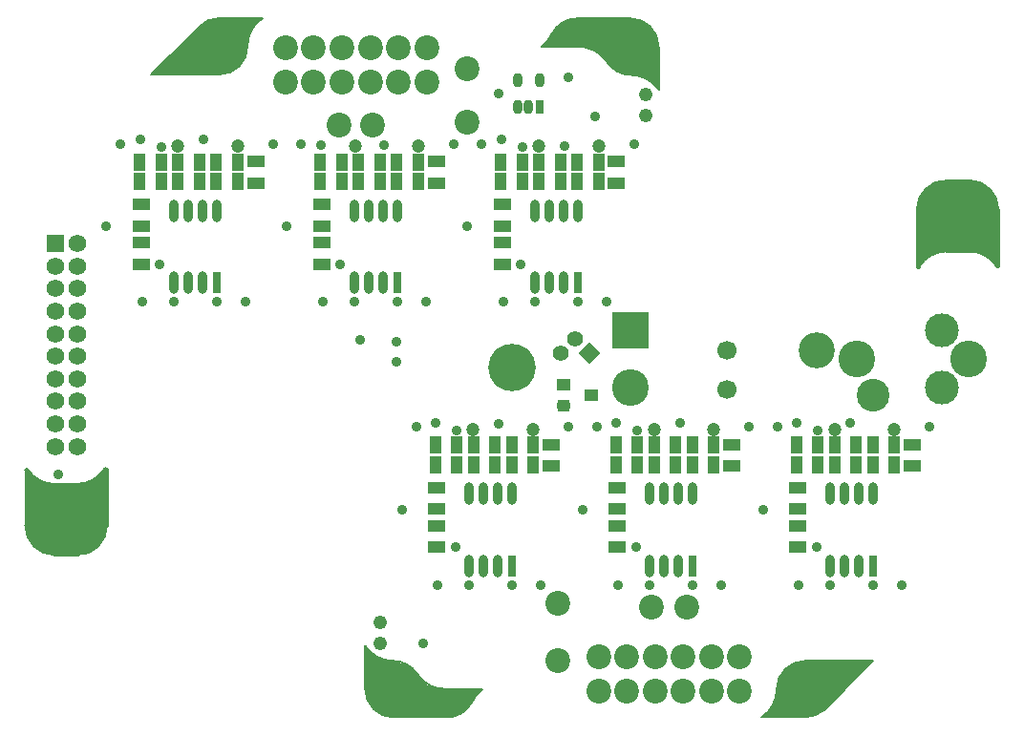
<source format=gbs>
G04*
G04 #@! TF.GenerationSoftware,Altium Limited,Altium Designer,20.1.10 (176)*
G04*
G04 Layer_Color=16711935*
%FSAX42Y42*%
%MOMM*%
G71*
G04*
G04 #@! TF.SameCoordinates,63434018-A3C6-436E-83B0-3C2E02A57827*
G04*
G04*
G04 #@! TF.FilePolarity,Negative*
G04*
G01*
G75*
%ADD12C,0.20*%
%ADD15C,0.40*%
%ADD16R,1.50X1.00*%
%ADD18R,1.00X1.50*%
%ADD21C,3.25*%
%ADD22C,3.00*%
%ADD23R,3.25X3.25*%
%ADD24C,1.57*%
%ADD25R,1.57X1.57*%
%ADD26C,1.40*%
%ADD27P,1.98X4X270.0*%
%ADD28C,1.22*%
%ADD29C,1.20*%
%ADD30C,0.90*%
%ADD31C,1.70*%
%ADD32C,2.90*%
%ADD33C,3.20*%
%ADD34C,2.20*%
%ADD35C,4.20*%
%ADD81R,0.80X1.15*%
G04:AMPARAMS|DCode=82|XSize=0.8mm|YSize=1.15mm|CornerRadius=0.25mm|HoleSize=0mm|Usage=FLASHONLY|Rotation=0.000|XOffset=0mm|YOffset=0mm|HoleType=Round|Shape=RoundedRectangle|*
%AMROUNDEDRECTD82*
21,1,0.80,0.65,0,0,0.0*
21,1,0.30,1.15,0,0,0.0*
1,1,0.50,0.15,-0.33*
1,1,0.50,-0.15,-0.33*
1,1,0.50,-0.15,0.33*
1,1,0.50,0.15,0.33*
%
%ADD82ROUNDEDRECTD82*%
G04:AMPARAMS|DCode=83|XSize=1.1mm|YSize=1.15mm|CornerRadius=0.33mm|HoleSize=0mm|Usage=FLASHONLY|Rotation=90.000|XOffset=0mm|YOffset=0mm|HoleType=Round|Shape=RoundedRectangle|*
%AMROUNDEDRECTD83*
21,1,1.10,0.50,0,0,90.0*
21,1,0.45,1.15,0,0,90.0*
1,1,0.65,0.25,0.23*
1,1,0.65,0.25,-0.23*
1,1,0.65,-0.25,-0.23*
1,1,0.65,-0.25,0.23*
%
%ADD83ROUNDEDRECTD83*%
%ADD84R,1.15X1.10*%
%ADD85R,1.15X1.10*%
%ADD86O,0.84X1.98*%
%ADD87R,0.80X1.98*%
G36*
X003131Y000738D02*
X003131Y000738D01*
X003131D01*
X003143Y000725D01*
X003169Y000702D01*
X003198Y000682D01*
X003229Y000666D01*
X003245Y000660D01*
X003273Y000656D01*
X003329Y000646D01*
X003385Y000634D01*
X003440Y000621D01*
X003468Y000613D01*
X003468Y000613D01*
Y000613D01*
X003491Y000593D01*
X003536Y000551D01*
X003580Y000507D01*
X003622Y000462D01*
X003642Y000439D01*
X003655Y000431D01*
X003683Y000417D01*
X003713Y000405D01*
X003743Y000397D01*
X003774Y000391D01*
X003805Y000388D01*
X003837Y000389D01*
X003868Y000392D01*
X003883Y000395D01*
X003914Y000396D01*
X003976Y000396D01*
X004038Y000396D01*
X004100Y000395D01*
X004116Y000395D01*
X004120Y000390D01*
X004123Y000382D01*
X004120Y000378D01*
X004115Y000372D01*
X004113Y000369D01*
X004018Y000239D01*
X003956Y000177D01*
X003849Y000145D01*
X003346Y000145D01*
X003322Y000145D01*
X003273Y000154D01*
X003228Y000173D01*
X003187Y000200D01*
X003152Y000235D01*
X003125Y000276D01*
X003106Y000322D01*
X003096Y000370D01*
X003096Y000395D01*
X003096Y000760D01*
X003108Y000765D01*
X003131Y000738D01*
D02*
G37*
G36*
X000128Y002297D02*
X000152Y002274D01*
X000177Y002251D01*
X000190Y002241D01*
X000190Y002241D01*
X000209Y002234D01*
X000247Y002222D01*
X000286Y002212D01*
X000325Y002204D01*
X000345Y002202D01*
X000345Y002202D01*
X000379Y002200D01*
X000447Y002200D01*
X000516Y002204D01*
X000583Y002212D01*
X000617Y002218D01*
X000643Y002227D01*
X000694Y002249D01*
X000744Y002273D01*
X000791Y002301D01*
X000803Y002309D01*
X000815Y002303D01*
X000812Y001863D01*
X000812Y001845D01*
X000807Y001810D01*
X000798Y001776D01*
X000785Y001744D01*
X000767Y001714D01*
X000746Y001686D01*
X000721Y001661D01*
X000693Y001640D01*
X000662Y001622D01*
X000630Y001609D01*
X000596Y001600D01*
X000561Y001595D01*
X000544Y001595D01*
X000355D01*
X000355Y001595D01*
X000355Y001595D01*
X000334Y001595D01*
X000293Y001601D01*
X000253Y001613D01*
X000215Y001630D01*
X000180Y001653D01*
X000149Y001681D01*
X000122Y001712D01*
X000099Y001748D01*
X000091Y001767D01*
X000095Y002316D01*
X000099Y002319D01*
X000108Y002320D01*
X000128Y002297D01*
D02*
G37*
G36*
X002174Y006336D02*
X002103Y006266D01*
X002066Y006192D01*
X002052Y006052D01*
X002052Y006052D01*
X002048Y006031D01*
X002032Y005990D01*
X002009Y005952D01*
X001981Y005919D01*
X001947Y005891D01*
X001909Y005870D01*
X001868Y005855D01*
X001824Y005847D01*
X001802Y005847D01*
X001220Y005848D01*
X001215Y005859D01*
X001577Y006227D01*
X001586Y006241D01*
X001608Y006266D01*
X001633Y006289D01*
X001660Y006308D01*
X001689Y006323D01*
X001720Y006335D01*
X001752Y006343D01*
X001785Y006347D01*
X001802Y006347D01*
X002170Y006347D01*
X002174Y006336D01*
D02*
G37*
G36*
X006992Y000643D02*
X007575Y000643D01*
X007580Y000631D01*
X007218Y000263D01*
X007208Y000249D01*
X007187Y000224D01*
X007162Y000202D01*
X007135Y000183D01*
X007105Y000167D01*
X007074Y000155D01*
X007042Y000147D01*
X007009Y000143D01*
X006992Y000143D01*
X006625Y000143D01*
X006620Y000155D01*
X006692Y000225D01*
X006728Y000299D01*
X006743Y000438D01*
X006743Y000438D01*
X006747Y000460D01*
X006763Y000501D01*
X006785Y000538D01*
X006814Y000571D01*
X006848Y000599D01*
X006886Y000621D01*
X006927Y000636D01*
X006970Y000643D01*
X006992Y000643D01*
D02*
G37*
G36*
X008248Y004898D02*
X008437Y004898D01*
X008437Y004898D01*
X008437Y004898D01*
X008457Y004898D01*
X008499Y004892D01*
X008539Y004880D01*
X008577Y004862D01*
X008612Y004839D01*
X008643Y004812D01*
X008670Y004780D01*
X008693Y004745D01*
X008701Y004726D01*
X008697Y004177D01*
X008692Y004174D01*
X008684Y004172D01*
X008664Y004195D01*
X008640Y004219D01*
X008615Y004241D01*
X008602Y004252D01*
X008602Y004252D01*
X008583Y004259D01*
X008545Y004271D01*
X008506Y004281D01*
X008466Y004288D01*
X008447Y004291D01*
X008447Y004291D01*
X008413Y004293D01*
X008344Y004293D01*
X008276Y004289D01*
X008209Y004281D01*
X008175Y004275D01*
X008149Y004265D01*
X008098Y004244D01*
X008048Y004219D01*
X008000Y004191D01*
X007988Y004183D01*
X007977Y004190D01*
X007980Y004630D01*
X007980Y004630D01*
X007980Y004630D01*
X007980Y004647D01*
X007985Y004682D01*
X007994Y004716D01*
X008007Y004749D01*
X008025Y004779D01*
X008046Y004807D01*
X008071Y004832D01*
X008099Y004853D01*
X008130Y004870D01*
X008162Y004884D01*
X008196Y004893D01*
X008231Y004898D01*
X008248Y004898D01*
D02*
G37*
G36*
X005520Y006335D02*
X005566Y006316D01*
X005607Y006289D01*
X005641Y006254D01*
X005669Y006213D01*
X005688Y006167D01*
X005697Y006119D01*
X005697Y006094D01*
X005697Y005729D01*
X005685Y005724D01*
X005662Y005751D01*
X005662Y005751D01*
X005662Y005751D01*
X005654Y005761D01*
X005634Y005780D01*
X005613Y005796D01*
X005591Y005810D01*
X005579Y005816D01*
X005579Y005816D01*
X005547Y005821D01*
X005483Y005832D01*
X005420Y005846D01*
X005357Y005862D01*
X005326Y005870D01*
X005139Y006058D01*
X005139Y006058D01*
X005126Y006065D01*
X005099Y006077D01*
X005071Y006087D01*
X005042Y006094D01*
X005013Y006099D01*
X004984Y006101D01*
X004954Y006100D01*
X004925Y006097D01*
X004910Y006094D01*
X004910Y006094D01*
X004879Y006094D01*
X004817Y006093D01*
X004755Y006093D01*
X004693Y006094D01*
X004677Y006094D01*
X004673Y006100D01*
X004671Y006107D01*
X004673Y006111D01*
X004678Y006117D01*
X004681Y006120D01*
X004775Y006250D01*
X004837Y006312D01*
X004945Y006344D01*
X005447Y006344D01*
X005447Y006344D01*
Y006344D01*
X005472Y006344D01*
X005520Y006335D01*
D02*
G37*
D12*
X006993Y000145D02*
G03*
X007170Y000218I000000J000250D01*
G01*
X006609Y000145D02*
G03*
X006743Y000395I-000166J000250D01*
G01*
X006993Y000645D02*
G03*
X006743Y000395I000000J-000250D01*
G01*
X003556Y000531D02*
G03*
X003346Y000645I-000210J-000136D01*
G01*
X003820Y000145D02*
G03*
X004041Y000279I000000J000250D01*
G01*
X003096Y000779D02*
G03*
X003346Y000645I000250J000166D01*
G01*
X003556Y000531D02*
G03*
X003832Y000396I000251J000164D01*
G01*
X004131Y000394D02*
G03*
X004041Y000279I000265J-000300D01*
G01*
X003096Y000395D02*
G03*
X003346Y000145I000250J000000D01*
G01*
X001802Y005846D02*
G03*
X002052Y006096I000000J000250D01*
G01*
X001801Y006346D02*
G03*
X001625Y006272I000000J-000250D01*
G01*
X002186Y006346D02*
G03*
X002052Y006096I000166J-000250D01*
G01*
X005238Y005958D02*
G03*
X005447Y005844I000210J000136D01*
G01*
X004662Y006095D02*
G03*
X004752Y006210I-000265J000300D01*
G01*
X005238Y005958D02*
G03*
X004962Y006093I-000251J-000164D01*
G01*
X004974Y006344D02*
G03*
X004752Y006210I000000J-000250D01*
G01*
X005697Y006094D02*
G03*
X005447Y006344I-000250J000000D01*
G01*
X005697Y005710D02*
G03*
X005447Y005844I-000250J-000166D01*
G01*
X006993Y000645D02*
X007592D01*
X007170Y000218D02*
X007597Y000646D01*
X006609Y000145D02*
X006993D01*
X003096Y000395D02*
Y000779D01*
X003346Y000145D02*
X003820D01*
X003832Y000396D02*
X004133D01*
X001801Y006346D02*
X002186D01*
X001197Y005845D02*
X001625Y006272D01*
X001203Y005846D02*
X001802D01*
X004661Y006093D02*
X004962D01*
X004974Y006344D02*
X005447D01*
X005697Y005710D02*
Y006094D01*
D15*
X000095Y002336D02*
G03*
X000345Y002202I000250J000166D01*
G01*
X000540D02*
G03*
X000795Y002344I000000J000300D01*
G01*
X000095Y001847D02*
G03*
X000345Y001597I000250J000000D01*
G01*
X000545D02*
G03*
X000795Y001847I000000J000250D01*
G01*
X008697Y004157D02*
G03*
X008447Y004291I-000250J-000166D01*
G01*
X008697Y004646D02*
G03*
X008447Y004896I-000250J000000D01*
G01*
X008252Y004291D02*
G03*
X007997Y004149I000000J-000300D01*
G01*
X008247Y004896D02*
G03*
X007997Y004646I000000J-000250D01*
G01*
X000345Y001597D02*
X000545D01*
X000795Y001847D02*
Y002344D01*
X000095Y001847D02*
Y002336D01*
X000345Y002202D02*
X000540D01*
X008252Y004291D02*
X008447D01*
X008697Y004157D02*
Y004646D01*
X007997Y004149D02*
Y004646D01*
X008247Y004896D02*
X008447D01*
D16*
X002711Y004165D02*
D03*
Y004355D02*
D03*
Y004692D02*
D03*
Y004503D02*
D03*
X002124Y005075D02*
D03*
Y004885D02*
D03*
X001111Y004355D02*
D03*
Y004165D02*
D03*
Y004503D02*
D03*
Y004692D02*
D03*
X006931Y001992D02*
D03*
Y002182D02*
D03*
Y001845D02*
D03*
Y001655D02*
D03*
X007944Y002565D02*
D03*
Y002375D02*
D03*
X003731Y001992D02*
D03*
Y002183D02*
D03*
Y001845D02*
D03*
Y001655D02*
D03*
X004744Y002565D02*
D03*
Y002375D02*
D03*
X004311Y004503D02*
D03*
Y004692D02*
D03*
Y004355D02*
D03*
Y004165D02*
D03*
X005324Y005075D02*
D03*
Y004885D02*
D03*
X003724Y005075D02*
D03*
Y004885D02*
D03*
X005331Y001992D02*
D03*
Y002182D02*
D03*
Y001845D02*
D03*
Y001655D02*
D03*
X006344Y002565D02*
D03*
Y002375D02*
D03*
D18*
X002699Y004895D02*
D03*
X002889D02*
D03*
X003037Y005068D02*
D03*
X003227D02*
D03*
X003037Y004895D02*
D03*
X003227D02*
D03*
X003374D02*
D03*
X003564D02*
D03*
X002699Y005068D02*
D03*
X002889D02*
D03*
X001289Y004895D02*
D03*
X001099D02*
D03*
X001627Y005068D02*
D03*
X001437D02*
D03*
X001627Y004895D02*
D03*
X001437D02*
D03*
X001964D02*
D03*
X001774D02*
D03*
X001289Y005068D02*
D03*
X001099D02*
D03*
X001964D02*
D03*
X001774D02*
D03*
X005847Y002558D02*
D03*
X005657D02*
D03*
X004247Y002558D02*
D03*
X004057D02*
D03*
X004827Y005068D02*
D03*
X004637D02*
D03*
X007784Y002558D02*
D03*
X007594D02*
D03*
X007109D02*
D03*
X006919D02*
D03*
X007784Y002385D02*
D03*
X007594D02*
D03*
X007447D02*
D03*
X007257D02*
D03*
X007447Y002558D02*
D03*
X007257D02*
D03*
X007109Y002385D02*
D03*
X006919D02*
D03*
X003909Y002385D02*
D03*
X003719D02*
D03*
X004489Y004895D02*
D03*
X004299D02*
D03*
X005509Y002385D02*
D03*
X005319D02*
D03*
X004584Y002558D02*
D03*
X004394D02*
D03*
X003909D02*
D03*
X003719D02*
D03*
X004584Y002385D02*
D03*
X004394D02*
D03*
X004247D02*
D03*
X004057D02*
D03*
X005164Y005068D02*
D03*
X004974D02*
D03*
X004489D02*
D03*
X004299D02*
D03*
X005164Y004895D02*
D03*
X004974D02*
D03*
X004827D02*
D03*
X004637D02*
D03*
X003564Y005068D02*
D03*
X003374D02*
D03*
X005509Y002558D02*
D03*
X005319D02*
D03*
X005847Y002385D02*
D03*
X005657D02*
D03*
X006184D02*
D03*
X005994D02*
D03*
X006184Y002558D02*
D03*
X005994D02*
D03*
D21*
X007457Y003326D02*
D03*
X008447D02*
D03*
X005450Y003072D02*
D03*
D22*
X008206D02*
D03*
Y003580D02*
D03*
D23*
X005450D02*
D03*
D24*
X000347Y003747D02*
D03*
Y003947D02*
D03*
X000547Y003547D02*
D03*
X000347D02*
D03*
X000547Y003747D02*
D03*
Y003947D02*
D03*
Y004147D02*
D03*
X000347D02*
D03*
X000547Y004347D02*
D03*
Y003347D02*
D03*
X000347Y003147D02*
D03*
X000547D02*
D03*
X000347Y003347D02*
D03*
X000547Y002947D02*
D03*
X000347Y002747D02*
D03*
X000547D02*
D03*
X000347Y002947D02*
D03*
X000547Y002547D02*
D03*
X000347D02*
D03*
D25*
Y004347D02*
D03*
D26*
X004825Y003375D02*
D03*
X004952Y003502D02*
D03*
D27*
X005079Y003375D02*
D03*
D28*
X003225Y000990D02*
D03*
Y000800D02*
D03*
X005580Y005479D02*
D03*
Y005670D02*
D03*
D29*
X003010Y005210D02*
D03*
X005164D02*
D03*
X004637D02*
D03*
X003564D02*
D03*
X001437D02*
D03*
X001964D02*
D03*
X004581Y002700D02*
D03*
X004053D02*
D03*
X005657D02*
D03*
X006184D02*
D03*
X007257D02*
D03*
X007784D02*
D03*
D30*
X004282Y002746D02*
D03*
X007390Y002760D02*
D03*
X002874Y004165D02*
D03*
X002719Y003830D02*
D03*
X000375Y002300D02*
D03*
X004900Y005825D02*
D03*
X004850Y002900D02*
D03*
X005136Y005478D02*
D03*
X004865Y005213D02*
D03*
X003050Y003490D02*
D03*
X003375Y003300D02*
D03*
Y003475D02*
D03*
X004275Y005675D02*
D03*
X003610Y000800D02*
D03*
X007109Y002690D02*
D03*
X006620Y001990D02*
D03*
X006920Y002760D02*
D03*
X007853Y001320D02*
D03*
X008100Y002720D02*
D03*
X006939Y001320D02*
D03*
X006749Y002720D02*
D03*
X007219Y001320D02*
D03*
X007094Y001655D02*
D03*
X007600Y001320D02*
D03*
X005509Y002690D02*
D03*
X005020Y001990D02*
D03*
X005885Y002760D02*
D03*
X005320D02*
D03*
X006253Y001320D02*
D03*
X006500Y002720D02*
D03*
X005339Y001320D02*
D03*
X005149Y002720D02*
D03*
X005619Y001320D02*
D03*
X005494Y001655D02*
D03*
X006000Y001320D02*
D03*
X001289Y005200D02*
D03*
X000800Y004500D02*
D03*
X001665Y005270D02*
D03*
X001100D02*
D03*
X002033Y003830D02*
D03*
X002280Y005230D02*
D03*
X001119Y003830D02*
D03*
X000929Y005230D02*
D03*
X001399Y003830D02*
D03*
X001274Y004165D02*
D03*
X001780Y003830D02*
D03*
X004489Y005200D02*
D03*
X004000Y004500D02*
D03*
X004300Y005270D02*
D03*
X005233Y003830D02*
D03*
X005480Y005230D02*
D03*
X004319Y003830D02*
D03*
X004129Y005230D02*
D03*
X004599Y003830D02*
D03*
X004474Y004165D02*
D03*
X004980Y003830D02*
D03*
X002400Y004500D02*
D03*
X003265Y005220D02*
D03*
X002700D02*
D03*
X003633Y003830D02*
D03*
X003880Y005230D02*
D03*
X002529D02*
D03*
X002999Y003830D02*
D03*
X003380D02*
D03*
X004653Y001320D02*
D03*
X003739D02*
D03*
X003720Y002760D02*
D03*
X003909Y002690D02*
D03*
X003549Y002720D02*
D03*
X004900D02*
D03*
X004400Y001320D02*
D03*
X004019D02*
D03*
X003420Y001990D02*
D03*
X003894Y001655D02*
D03*
D31*
X006300Y003400D02*
D03*
Y003050D02*
D03*
D32*
X007597Y003000D02*
D03*
D33*
X007097Y003400D02*
D03*
D34*
X004000Y005425D02*
D03*
Y005900D02*
D03*
X004800Y000650D02*
D03*
Y001155D02*
D03*
X005630Y001120D02*
D03*
X005950D02*
D03*
X003165Y005400D02*
D03*
X002865D02*
D03*
X005665Y000680D02*
D03*
X006415Y000380D02*
D03*
X005165D02*
D03*
X005665D02*
D03*
X005415D02*
D03*
X005915D02*
D03*
X006165D02*
D03*
X005165Y000680D02*
D03*
X005415D02*
D03*
X005915D02*
D03*
X006165D02*
D03*
X006415D02*
D03*
X003640Y006080D02*
D03*
X003390D02*
D03*
X003140D02*
D03*
X002640D02*
D03*
X002390D02*
D03*
X003390Y005780D02*
D03*
X003140D02*
D03*
X002640D02*
D03*
X002890D02*
D03*
X002390D02*
D03*
X003640D02*
D03*
X002890Y006080D02*
D03*
D35*
X000397Y001845D02*
D03*
X003347Y000395D02*
D03*
X001800Y006095D02*
D03*
X008397Y004645D02*
D03*
X006993Y000395D02*
D03*
X005447Y006095D02*
D03*
X004397Y003245D02*
D03*
D81*
X004640Y005555D02*
D03*
D82*
X004545D02*
D03*
X004450D02*
D03*
Y005800D02*
D03*
X004640D02*
D03*
D83*
X004850Y002905D02*
D03*
D84*
X004850Y003095D02*
D03*
D85*
X005100Y003000D02*
D03*
D86*
X001653Y004000D02*
D03*
X001526D02*
D03*
X001399D02*
D03*
X001780Y004640D02*
D03*
X001653D02*
D03*
X001526D02*
D03*
X001399D02*
D03*
X007473Y001490D02*
D03*
X007346D02*
D03*
X007219D02*
D03*
X007600Y002130D02*
D03*
X007473D02*
D03*
X007346D02*
D03*
X007219D02*
D03*
X004273Y001490D02*
D03*
X004146D02*
D03*
X004019D02*
D03*
X004400Y002130D02*
D03*
X004273D02*
D03*
X004146D02*
D03*
X004019D02*
D03*
X004853Y004000D02*
D03*
X004726D02*
D03*
X004599D02*
D03*
X004980Y004640D02*
D03*
X004853D02*
D03*
X004726D02*
D03*
X004599D02*
D03*
X003253Y004000D02*
D03*
X003126D02*
D03*
X002999D02*
D03*
X003380Y004640D02*
D03*
X003253D02*
D03*
X003126D02*
D03*
X002999D02*
D03*
X005873Y001490D02*
D03*
X005746D02*
D03*
X005619D02*
D03*
X006000Y002130D02*
D03*
X005873D02*
D03*
X005746D02*
D03*
X005619D02*
D03*
D87*
X001780Y004000D02*
D03*
X007600Y001490D02*
D03*
X004400Y001490D02*
D03*
X004980Y004000D02*
D03*
X003380D02*
D03*
X006000Y001490D02*
D03*
M02*

</source>
